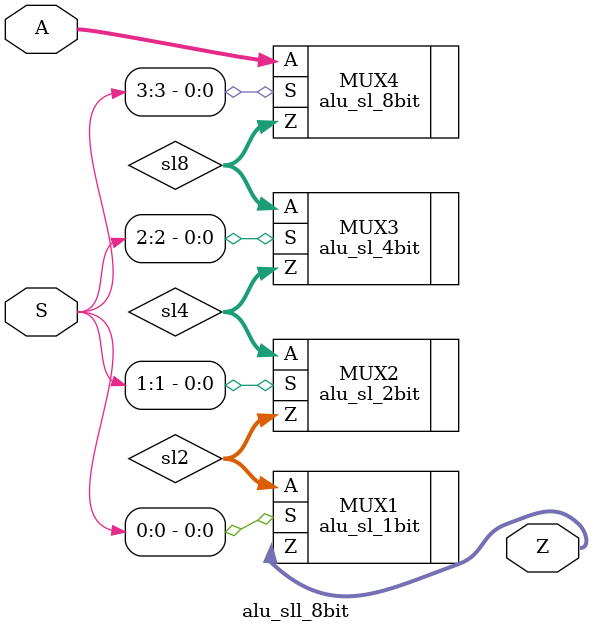
<source format=v>
`timescale 1ns / 1ps
`default_nettype none

module alu_sll_8bit(A, S, Z);
    parameter N = 32;

	//port definitions

	input wire [(N-1):0] A;
	input wire [3:0] S;
    output wire [(N-1):0] Z;
    wire [(N-1):0] sl2, sl4, sl8, sl16;

	alu_sl_8bit #(.N(N)) MUX4 (.A(A), .S(S[3]), .Z(sl8));
	alu_sl_4bit #(.N(N)) MUX3 (.A(sl8), .S(S[2]), .Z(sl4));

	alu_sl_2bit #(.N(N)) MUX2 (.A(sl4), .S(S[1]), .Z(sl2));
	alu_sl_1bit #(.N(N)) MUX1 (.A(sl2), .S(S[0]), .Z(Z));
endmodule

</source>
